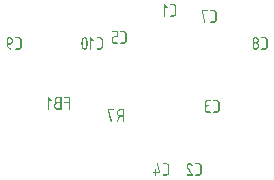
<source format=gbr>
G04*
G04 #@! TF.GenerationSoftware,Altium Limited,Altium Designer,23.6.0 (18)*
G04*
G04 Layer_Color=15441517*
%FSLAX44Y44*%
%MOMM*%
G71*
G04*
G04 #@! TF.SameCoordinates,D937CF5F-481C-4708-B2B1-4CAA2D9F1EF8*
G04*
G04*
G04 #@! TF.FilePolarity,Positive*
G04*
G01*
G75*
G36*
X405267Y305049D02*
X405465Y305035D01*
X405831Y304936D01*
X406155Y304809D01*
X406437Y304668D01*
X406550Y304598D01*
X406649Y304527D01*
X406747Y304457D01*
X406818Y304400D01*
X406874Y304344D01*
X406917Y304301D01*
X406945Y304287D01*
X406959Y304273D01*
X407100Y304118D01*
X407212Y303963D01*
X407311Y303808D01*
X407410Y303653D01*
X407551Y303329D01*
X407635Y303033D01*
X407692Y302779D01*
X407706Y302666D01*
X407720Y302568D01*
X407734Y302497D01*
Y302441D01*
Y302398D01*
Y302384D01*
Y297042D01*
X407720Y296844D01*
X407706Y296647D01*
X407607Y296280D01*
X407495Y295956D01*
X407339Y295674D01*
X407269Y295561D01*
X407198Y295463D01*
X407142Y295364D01*
X407086Y295294D01*
X407029Y295237D01*
X406987Y295195D01*
X406973Y295167D01*
X406959Y295153D01*
X406804Y295012D01*
X406649Y294899D01*
X406494Y294800D01*
X406339Y294701D01*
X406014Y294561D01*
X405718Y294476D01*
X405465Y294419D01*
X405352Y294405D01*
X405253Y294391D01*
X405183Y294377D01*
X402927D01*
X402758Y294405D01*
X402631Y294462D01*
X402532Y294546D01*
X402476Y294645D01*
X402434Y294744D01*
X402420Y294828D01*
X402406Y294885D01*
Y294913D01*
X402434Y295096D01*
X402490Y295223D01*
X402575Y295322D01*
X402659Y295378D01*
X402758Y295420D01*
X402842Y295434D01*
X402899Y295449D01*
X405070D01*
X405309Y295463D01*
X405521Y295519D01*
X405718Y295590D01*
X405887Y295688D01*
X406014Y295773D01*
X406113Y295843D01*
X406169Y295900D01*
X406198Y295914D01*
X406353Y296097D01*
X406465Y296280D01*
X406550Y296478D01*
X406606Y296647D01*
X406635Y296802D01*
X406649Y296929D01*
X406663Y297013D01*
Y297027D01*
Y297042D01*
Y302384D01*
X406649Y302624D01*
X406592Y302835D01*
X406522Y303033D01*
X406437Y303202D01*
X406353Y303329D01*
X406282Y303428D01*
X406226Y303498D01*
X406212Y303512D01*
X406028Y303667D01*
X405831Y303794D01*
X405648Y303879D01*
X405465Y303935D01*
X405309Y303963D01*
X405183Y303991D01*
X402927D01*
X402758Y304020D01*
X402631Y304076D01*
X402532Y304161D01*
X402476Y304259D01*
X402434Y304358D01*
X402420Y304443D01*
X402406Y304499D01*
Y304527D01*
X402434Y304710D01*
X402490Y304837D01*
X402575Y304936D01*
X402659Y304992D01*
X402758Y305035D01*
X402842Y305049D01*
X402899Y305063D01*
X405070D01*
X405267Y305049D01*
D02*
G37*
G36*
X397782D02*
X397979Y305035D01*
X398345Y304936D01*
X398670Y304809D01*
X398952Y304668D01*
X399064Y304598D01*
X399163Y304527D01*
X399262Y304457D01*
X399332Y304400D01*
X399389Y304344D01*
X399431Y304301D01*
X399459Y304287D01*
X399473Y304273D01*
X399614Y304118D01*
X399727Y303963D01*
X399826Y303808D01*
X399924Y303653D01*
X400065Y303329D01*
X400150Y303033D01*
X400206Y302779D01*
X400220Y302666D01*
X400234Y302568D01*
X400249Y302497D01*
Y302441D01*
Y302398D01*
Y302384D01*
X400234Y302145D01*
X400206Y301919D01*
X400150Y301694D01*
X400079Y301496D01*
X400009Y301299D01*
X399910Y301130D01*
X399812Y300961D01*
X399713Y300820D01*
X399614Y300679D01*
X399530Y300566D01*
X399431Y300467D01*
X399361Y300397D01*
X399290Y300326D01*
X399234Y300284D01*
X399206Y300256D01*
X399191Y300242D01*
X399375Y300086D01*
X399544Y299917D01*
X399685Y299748D01*
X399798Y299565D01*
X399910Y299396D01*
X399995Y299212D01*
X400065Y299043D01*
X400122Y298874D01*
X400164Y298719D01*
X400192Y298578D01*
X400220Y298451D01*
X400234Y298339D01*
Y298240D01*
X400249Y298169D01*
Y298127D01*
Y298113D01*
Y297042D01*
X400234Y296844D01*
X400220Y296647D01*
X400122Y296280D01*
X400009Y295956D01*
X399854Y295674D01*
X399783Y295561D01*
X399713Y295463D01*
X399657Y295364D01*
X399600Y295294D01*
X399544Y295237D01*
X399501Y295195D01*
X399487Y295167D01*
X399473Y295153D01*
X399318Y295012D01*
X399163Y294899D01*
X399008Y294800D01*
X398853Y294701D01*
X398529Y294561D01*
X398233Y294476D01*
X397979Y294419D01*
X397866Y294405D01*
X397768Y294391D01*
X397697Y294377D01*
X397584D01*
X397373Y294391D01*
X397190Y294405D01*
X396823Y294504D01*
X396499Y294617D01*
X396217Y294772D01*
X396104Y294842D01*
X396005Y294913D01*
X395907Y294969D01*
X395836Y295026D01*
X395780Y295082D01*
X395723Y295124D01*
X395709Y295138D01*
X395695Y295153D01*
X395554Y295308D01*
X395428Y295463D01*
X395329Y295618D01*
X395244Y295773D01*
X395103Y296097D01*
X395005Y296393D01*
X394948Y296647D01*
X394934Y296760D01*
X394920Y296858D01*
X394906Y296929D01*
Y296999D01*
Y297027D01*
Y297042D01*
Y297281D01*
Y297507D01*
X394920Y297704D01*
Y297887D01*
X394934Y298043D01*
Y298197D01*
X394948Y298324D01*
Y298437D01*
X394962Y298522D01*
X394976Y298606D01*
Y298677D01*
X394990Y298733D01*
X395005Y298804D01*
Y298818D01*
X395103Y299128D01*
X395244Y299396D01*
X395399Y299635D01*
X395568Y299847D01*
X395723Y300016D01*
X395850Y300143D01*
X395949Y300213D01*
X395963Y300242D01*
X395977D01*
X395794Y300397D01*
X395625Y300566D01*
X395484Y300749D01*
X395357Y300918D01*
X395258Y301101D01*
X395174Y301285D01*
X395089Y301454D01*
X395033Y301623D01*
X394990Y301778D01*
X394962Y301919D01*
X394934Y302046D01*
X394920Y302159D01*
X394906Y302257D01*
Y302328D01*
Y302370D01*
Y302384D01*
X394920Y302596D01*
X394934Y302779D01*
X395033Y303146D01*
X395160Y303470D01*
X395301Y303752D01*
X395371Y303864D01*
X395442Y303963D01*
X395512Y304062D01*
X395568Y304132D01*
X395625Y304189D01*
X395667Y304245D01*
X395681Y304259D01*
X395695Y304273D01*
X395850Y304414D01*
X396005Y304541D01*
X396161Y304640D01*
X396316Y304724D01*
X396640Y304865D01*
X396936Y304964D01*
X397190Y305021D01*
X397302Y305035D01*
X397401Y305049D01*
X397472Y305063D01*
X397584D01*
X397782Y305049D01*
D02*
G37*
G36*
X285887Y310129D02*
X286084Y310115D01*
X286451Y310016D01*
X286775Y309889D01*
X287057Y309748D01*
X287170Y309678D01*
X287269Y309607D01*
X287367Y309537D01*
X287438Y309480D01*
X287494Y309424D01*
X287537Y309382D01*
X287565Y309367D01*
X287579Y309353D01*
X287720Y309198D01*
X287833Y309043D01*
X287931Y308888D01*
X288030Y308733D01*
X288171Y308409D01*
X288256Y308113D01*
X288312Y307859D01*
X288326Y307746D01*
X288340Y307648D01*
X288354Y307577D01*
Y307521D01*
Y307478D01*
Y307464D01*
Y302122D01*
X288340Y301924D01*
X288326Y301727D01*
X288227Y301360D01*
X288114Y301036D01*
X287959Y300754D01*
X287889Y300641D01*
X287818Y300543D01*
X287762Y300444D01*
X287706Y300373D01*
X287649Y300317D01*
X287607Y300275D01*
X287593Y300247D01*
X287579Y300233D01*
X287424Y300092D01*
X287269Y299979D01*
X287114Y299880D01*
X286959Y299781D01*
X286634Y299641D01*
X286338Y299556D01*
X286084Y299499D01*
X285972Y299485D01*
X285873Y299471D01*
X285803Y299457D01*
X283547D01*
X283378Y299485D01*
X283251Y299542D01*
X283152Y299626D01*
X283096Y299725D01*
X283054Y299824D01*
X283040Y299908D01*
X283025Y299965D01*
Y299993D01*
X283054Y300176D01*
X283110Y300303D01*
X283195Y300402D01*
X283279Y300458D01*
X283378Y300500D01*
X283463Y300515D01*
X283519Y300529D01*
X285690D01*
X285930Y300543D01*
X286141Y300599D01*
X286338Y300670D01*
X286507Y300768D01*
X286634Y300853D01*
X286733Y300923D01*
X286789Y300980D01*
X286818Y300994D01*
X286973Y301177D01*
X287085Y301360D01*
X287170Y301558D01*
X287226Y301727D01*
X287255Y301882D01*
X287269Y302009D01*
X287283Y302093D01*
Y302108D01*
Y302122D01*
Y307464D01*
X287269Y307704D01*
X287212Y307915D01*
X287142Y308113D01*
X287057Y308282D01*
X286973Y308409D01*
X286902Y308507D01*
X286846Y308578D01*
X286832Y308592D01*
X286648Y308747D01*
X286451Y308874D01*
X286268Y308959D01*
X286084Y309015D01*
X285930Y309043D01*
X285803Y309071D01*
X283547D01*
X283378Y309100D01*
X283251Y309156D01*
X283152Y309241D01*
X283096Y309339D01*
X283054Y309438D01*
X283040Y309522D01*
X283025Y309579D01*
Y309607D01*
X283054Y309790D01*
X283110Y309917D01*
X283195Y310016D01*
X283279Y310072D01*
X283378Y310115D01*
X283463Y310129D01*
X283519Y310143D01*
X285690D01*
X285887Y310129D01*
D02*
G37*
G36*
X280516Y310115D02*
X280643Y310058D01*
X280742Y309974D01*
X280798Y309875D01*
X280840Y309776D01*
X280854Y309692D01*
X280869Y309635D01*
Y309607D01*
Y305322D01*
X280840Y305152D01*
X280784Y305026D01*
X280700Y304927D01*
X280601Y304870D01*
X280516Y304828D01*
X280432Y304814D01*
X280375Y304800D01*
X278204D01*
X277965Y304786D01*
X277753Y304729D01*
X277556Y304645D01*
X277387Y304560D01*
X277260Y304476D01*
X277161Y304391D01*
X277091Y304335D01*
X277076Y304321D01*
X276922Y304137D01*
X276795Y303954D01*
X276710Y303757D01*
X276654Y303588D01*
X276625Y303433D01*
X276597Y303306D01*
Y303221D01*
Y303207D01*
Y303193D01*
Y302122D01*
X276611Y301882D01*
X276668Y301670D01*
X276738Y301473D01*
X276823Y301304D01*
X276922Y301177D01*
X276992Y301078D01*
X277048Y301022D01*
X277062Y300994D01*
X277246Y300839D01*
X277443Y300726D01*
X277626Y300641D01*
X277810Y300585D01*
X277965Y300557D01*
X278092Y300543D01*
X278176Y300529D01*
X280347D01*
X280516Y300500D01*
X280643Y300444D01*
X280742Y300359D01*
X280798Y300261D01*
X280840Y300162D01*
X280854Y300077D01*
X280869Y300021D01*
Y299993D01*
X280840Y299810D01*
X280784Y299683D01*
X280700Y299584D01*
X280601Y299528D01*
X280516Y299485D01*
X280432Y299471D01*
X280375Y299457D01*
X278204D01*
X278007Y299471D01*
X277810Y299485D01*
X277443Y299584D01*
X277119Y299697D01*
X276851Y299852D01*
X276724Y299922D01*
X276625Y299993D01*
X276527Y300049D01*
X276456Y300106D01*
X276400Y300162D01*
X276358Y300204D01*
X276329Y300219D01*
X276315Y300233D01*
X276174Y300388D01*
X276047Y300543D01*
X275949Y300698D01*
X275864Y300853D01*
X275723Y301177D01*
X275625Y301473D01*
X275568Y301727D01*
X275554Y301840D01*
X275540Y301938D01*
X275526Y302009D01*
Y302079D01*
Y302108D01*
Y302122D01*
Y303193D01*
X275540Y303390D01*
X275554Y303588D01*
X275653Y303954D01*
X275780Y304278D01*
X275921Y304546D01*
X275991Y304673D01*
X276062Y304772D01*
X276132Y304870D01*
X276188Y304941D01*
X276245Y304997D01*
X276287Y305040D01*
X276301Y305068D01*
X276315Y305082D01*
X276470Y305223D01*
X276625Y305350D01*
X276780Y305448D01*
X276936Y305533D01*
X277260Y305674D01*
X277556Y305773D01*
X277810Y305829D01*
X277922Y305843D01*
X278021Y305857D01*
X278092Y305871D01*
X279797D01*
Y309071D01*
X276597D01*
X276414Y309100D01*
X276287Y309156D01*
X276188Y309241D01*
X276132Y309339D01*
X276090Y309438D01*
X276076Y309522D01*
X276062Y309579D01*
Y309607D01*
X276090Y309790D01*
X276146Y309917D01*
X276231Y310016D01*
X276329Y310072D01*
X276428Y310115D01*
X276513Y310129D01*
X276569Y310143D01*
X280347D01*
X280516Y310115D01*
D02*
G37*
G36*
X320397Y332989D02*
X320468Y332975D01*
X320609Y332904D01*
X320665Y332862D01*
X320708Y332820D01*
X320722Y332805D01*
X320736Y332791D01*
X322836Y330691D01*
X322921Y330564D01*
X322963Y330451D01*
X322977Y330367D01*
Y330338D01*
Y330324D01*
X322949Y330141D01*
X322893Y330014D01*
X322808Y329916D01*
X322709Y329859D01*
X322611Y329817D01*
X322526Y329803D01*
X322470Y329789D01*
X322442D01*
X322371Y329803D01*
X322301Y329817D01*
X322174Y329873D01*
X322103Y329916D01*
X322075Y329944D01*
X320849Y331156D01*
Y322839D01*
X320820Y322670D01*
X320764Y322543D01*
X320679Y322444D01*
X320581Y322388D01*
X320482Y322345D01*
X320397Y322331D01*
X320341Y322317D01*
X320313D01*
X320130Y322345D01*
X320003Y322402D01*
X319904Y322486D01*
X319848Y322585D01*
X319805Y322670D01*
X319791Y322754D01*
X319777Y322811D01*
Y322839D01*
Y332467D01*
X319805Y332650D01*
X319862Y332777D01*
X319946Y332876D01*
X320045Y332932D01*
X320144Y332975D01*
X320228Y332989D01*
X320285Y333003D01*
X320313D01*
X320397Y332989D01*
D02*
G37*
G36*
X327996D02*
X328193Y332975D01*
X328560Y332876D01*
X328884Y332749D01*
X329166Y332608D01*
X329279Y332538D01*
X329377Y332467D01*
X329476Y332397D01*
X329547Y332340D01*
X329603Y332284D01*
X329645Y332242D01*
X329673Y332227D01*
X329687Y332213D01*
X329828Y332058D01*
X329941Y331903D01*
X330040Y331748D01*
X330139Y331593D01*
X330280Y331269D01*
X330364Y330973D01*
X330420Y330719D01*
X330435Y330606D01*
X330449Y330508D01*
X330463Y330437D01*
Y330381D01*
Y330338D01*
Y330324D01*
Y324982D01*
X330449Y324784D01*
X330435Y324587D01*
X330336Y324220D01*
X330223Y323896D01*
X330068Y323614D01*
X329998Y323501D01*
X329927Y323403D01*
X329871Y323304D01*
X329814Y323233D01*
X329758Y323177D01*
X329716Y323135D01*
X329701Y323107D01*
X329687Y323093D01*
X329532Y322952D01*
X329377Y322839D01*
X329222Y322740D01*
X329067Y322641D01*
X328743Y322500D01*
X328447Y322416D01*
X328193Y322360D01*
X328080Y322345D01*
X327982Y322331D01*
X327911Y322317D01*
X325656D01*
X325486Y322345D01*
X325360Y322402D01*
X325261Y322486D01*
X325205Y322585D01*
X325162Y322684D01*
X325148Y322768D01*
X325134Y322825D01*
Y322853D01*
X325162Y323036D01*
X325219Y323163D01*
X325303Y323262D01*
X325388Y323318D01*
X325486Y323360D01*
X325571Y323374D01*
X325628Y323389D01*
X327798D01*
X328038Y323403D01*
X328250Y323459D01*
X328447Y323530D01*
X328616Y323628D01*
X328743Y323713D01*
X328842Y323783D01*
X328898Y323840D01*
X328926Y323854D01*
X329081Y324037D01*
X329194Y324220D01*
X329279Y324418D01*
X329335Y324587D01*
X329363Y324742D01*
X329377Y324869D01*
X329391Y324953D01*
Y324967D01*
Y324982D01*
Y330324D01*
X329377Y330564D01*
X329321Y330775D01*
X329250Y330973D01*
X329166Y331142D01*
X329081Y331269D01*
X329011Y331367D01*
X328954Y331438D01*
X328940Y331452D01*
X328757Y331607D01*
X328560Y331734D01*
X328376Y331819D01*
X328193Y331875D01*
X328038Y331903D01*
X327911Y331931D01*
X325656D01*
X325486Y331960D01*
X325360Y332016D01*
X325261Y332101D01*
X325205Y332199D01*
X325162Y332298D01*
X325148Y332383D01*
X325134Y332439D01*
Y332467D01*
X325162Y332650D01*
X325219Y332777D01*
X325303Y332876D01*
X325388Y332932D01*
X325486Y332975D01*
X325571Y332989D01*
X325628Y333003D01*
X327798D01*
X327996Y332989D01*
D02*
G37*
G36*
X362080Y327909D02*
X362277Y327895D01*
X362644Y327796D01*
X362968Y327669D01*
X363250Y327528D01*
X363363Y327458D01*
X363462Y327387D01*
X363560Y327317D01*
X363631Y327260D01*
X363687Y327204D01*
X363729Y327161D01*
X363758Y327147D01*
X363772Y327133D01*
X363913Y326978D01*
X364025Y326823D01*
X364124Y326668D01*
X364223Y326513D01*
X364364Y326189D01*
X364448Y325893D01*
X364505Y325639D01*
X364519Y325526D01*
X364533Y325428D01*
X364547Y325357D01*
Y325301D01*
Y325258D01*
Y325244D01*
Y319902D01*
X364533Y319704D01*
X364519Y319507D01*
X364420Y319140D01*
X364307Y318816D01*
X364152Y318534D01*
X364082Y318421D01*
X364011Y318323D01*
X363955Y318224D01*
X363899Y318153D01*
X363842Y318097D01*
X363800Y318055D01*
X363786Y318027D01*
X363772Y318013D01*
X363617Y317872D01*
X363462Y317759D01*
X363307Y317660D01*
X363152Y317561D01*
X362827Y317421D01*
X362531Y317336D01*
X362277Y317279D01*
X362165Y317265D01*
X362066Y317251D01*
X361996Y317237D01*
X359740D01*
X359571Y317265D01*
X359444Y317322D01*
X359345Y317406D01*
X359289Y317505D01*
X359247Y317604D01*
X359232Y317688D01*
X359218Y317745D01*
Y317773D01*
X359247Y317956D01*
X359303Y318083D01*
X359388Y318182D01*
X359472Y318238D01*
X359571Y318280D01*
X359655Y318295D01*
X359712Y318309D01*
X361883D01*
X362122Y318323D01*
X362334Y318379D01*
X362531Y318450D01*
X362700Y318548D01*
X362827Y318633D01*
X362926Y318703D01*
X362982Y318760D01*
X363010Y318774D01*
X363166Y318957D01*
X363278Y319140D01*
X363363Y319338D01*
X363419Y319507D01*
X363447Y319662D01*
X363462Y319789D01*
X363476Y319873D01*
Y319888D01*
Y319902D01*
Y325244D01*
X363462Y325484D01*
X363405Y325695D01*
X363335Y325893D01*
X363250Y326062D01*
X363166Y326189D01*
X363095Y326287D01*
X363039Y326358D01*
X363025Y326372D01*
X362841Y326527D01*
X362644Y326654D01*
X362461Y326739D01*
X362277Y326795D01*
X362122Y326823D01*
X361996Y326851D01*
X359740D01*
X359571Y326880D01*
X359444Y326936D01*
X359345Y327021D01*
X359289Y327119D01*
X359247Y327218D01*
X359232Y327303D01*
X359218Y327359D01*
Y327387D01*
X359247Y327570D01*
X359303Y327697D01*
X359388Y327796D01*
X359472Y327852D01*
X359571Y327895D01*
X359655Y327909D01*
X359712Y327923D01*
X361883D01*
X362080Y327909D01*
D02*
G37*
G36*
X356723Y327881D02*
X356850Y327824D01*
X356949Y327739D01*
X357005Y327655D01*
X357048Y327556D01*
X357062Y327472D01*
X357076Y327415D01*
Y327387D01*
X357048Y327204D01*
X356991Y327077D01*
X356907Y326978D01*
X356808Y326922D01*
X356709Y326880D01*
X356625Y326866D01*
X356568Y326851D01*
X352931D01*
X354933Y317886D01*
Y317843D01*
Y317801D01*
Y317773D01*
Y317759D01*
X354905Y317590D01*
X354848Y317463D01*
X354764Y317364D01*
X354665Y317308D01*
X354566Y317265D01*
X354482Y317251D01*
X354425Y317237D01*
X354397D01*
X354256Y317251D01*
X354143Y317308D01*
X354045Y317364D01*
X353974Y317449D01*
X353932Y317519D01*
X353904Y317590D01*
X353876Y317632D01*
Y317646D01*
X351747Y327274D01*
X351733Y327359D01*
Y327387D01*
Y327401D01*
X351761Y327570D01*
X351818Y327697D01*
X351902Y327782D01*
X352001Y327852D01*
X352099Y327881D01*
X352184Y327895D01*
X352240Y327909D01*
X356540D01*
X356723Y327881D01*
D02*
G37*
G36*
X364627Y251709D02*
X364824Y251695D01*
X365191Y251596D01*
X365515Y251469D01*
X365797Y251328D01*
X365910Y251258D01*
X366009Y251187D01*
X366107Y251117D01*
X366178Y251060D01*
X366234Y251004D01*
X366277Y250961D01*
X366305Y250947D01*
X366319Y250933D01*
X366460Y250778D01*
X366572Y250623D01*
X366671Y250468D01*
X366770Y250313D01*
X366911Y249989D01*
X366996Y249693D01*
X367052Y249439D01*
X367066Y249326D01*
X367080Y249228D01*
X367094Y249157D01*
Y249101D01*
Y249058D01*
Y249044D01*
Y243702D01*
X367080Y243504D01*
X367066Y243307D01*
X366967Y242940D01*
X366855Y242616D01*
X366699Y242334D01*
X366629Y242221D01*
X366558Y242123D01*
X366502Y242024D01*
X366446Y241954D01*
X366389Y241897D01*
X366347Y241855D01*
X366333Y241827D01*
X366319Y241813D01*
X366164Y241672D01*
X366009Y241559D01*
X365854Y241460D01*
X365699Y241362D01*
X365374Y241220D01*
X365078Y241136D01*
X364824Y241080D01*
X364712Y241065D01*
X364613Y241051D01*
X364543Y241037D01*
X362287D01*
X362118Y241065D01*
X361991Y241122D01*
X361892Y241206D01*
X361836Y241305D01*
X361794Y241404D01*
X361780Y241488D01*
X361766Y241545D01*
Y241573D01*
X361794Y241756D01*
X361850Y241883D01*
X361935Y241982D01*
X362019Y242038D01*
X362118Y242080D01*
X362202Y242094D01*
X362259Y242109D01*
X364430D01*
X364669Y242123D01*
X364881Y242179D01*
X365078Y242250D01*
X365247Y242348D01*
X365374Y242433D01*
X365473Y242503D01*
X365529Y242560D01*
X365558Y242574D01*
X365713Y242757D01*
X365825Y242940D01*
X365910Y243138D01*
X365966Y243307D01*
X365995Y243462D01*
X366009Y243589D01*
X366023Y243673D01*
Y243687D01*
Y243702D01*
Y249044D01*
X366009Y249284D01*
X365952Y249495D01*
X365882Y249693D01*
X365797Y249862D01*
X365713Y249989D01*
X365642Y250088D01*
X365586Y250158D01*
X365572Y250172D01*
X365388Y250327D01*
X365191Y250454D01*
X365008Y250539D01*
X364824Y250595D01*
X364669Y250623D01*
X364543Y250651D01*
X362287D01*
X362118Y250680D01*
X361991Y250736D01*
X361892Y250821D01*
X361836Y250919D01*
X361794Y251018D01*
X361780Y251103D01*
X361766Y251159D01*
Y251187D01*
X361794Y251370D01*
X361850Y251497D01*
X361935Y251596D01*
X362019Y251652D01*
X362118Y251695D01*
X362202Y251709D01*
X362259Y251723D01*
X364430D01*
X364627Y251709D01*
D02*
G37*
G36*
X359256Y251695D02*
X359383Y251638D01*
X359482Y251554D01*
X359538Y251455D01*
X359580Y251356D01*
X359594Y251272D01*
X359609Y251215D01*
Y251187D01*
X359580Y251004D01*
X359524Y250877D01*
X359440Y250778D01*
X359341Y250722D01*
X359256Y250680D01*
X359172Y250665D01*
X359115Y250651D01*
X356944D01*
X356705Y250637D01*
X356493Y250581D01*
X356296Y250496D01*
X356127Y250412D01*
X356000Y250327D01*
X355901Y250243D01*
X355831Y250186D01*
X355816Y250172D01*
X355662Y249989D01*
X355535Y249806D01*
X355450Y249608D01*
X355394Y249439D01*
X355365Y249284D01*
X355337Y249157D01*
Y249072D01*
Y249058D01*
Y249044D01*
X355351Y248805D01*
X355408Y248579D01*
X355478Y248382D01*
X355563Y248227D01*
X355662Y248086D01*
X355732Y247987D01*
X355788Y247931D01*
X355802Y247903D01*
X355986Y247747D01*
X356183Y247649D01*
X356366Y247564D01*
X356550Y247508D01*
X356705Y247480D01*
X356832Y247465D01*
X356916Y247451D01*
X358016D01*
X358185Y247423D01*
X358312Y247367D01*
X358410Y247282D01*
X358467Y247183D01*
X358509Y247085D01*
X358523Y247000D01*
X358537Y246944D01*
Y246916D01*
X358509Y246732D01*
X358453Y246606D01*
X358368Y246507D01*
X358269Y246451D01*
X358185Y246408D01*
X358100Y246394D01*
X358044Y246380D01*
X356944D01*
X356705Y246366D01*
X356493Y246310D01*
X356296Y246225D01*
X356127Y246140D01*
X356000Y246056D01*
X355901Y245971D01*
X355831Y245915D01*
X355816Y245901D01*
X355662Y245717D01*
X355535Y245534D01*
X355450Y245337D01*
X355394Y245168D01*
X355365Y245013D01*
X355337Y244886D01*
Y244801D01*
Y244787D01*
Y244773D01*
Y243702D01*
X355351Y243462D01*
X355408Y243251D01*
X355478Y243053D01*
X355563Y242884D01*
X355662Y242757D01*
X355732Y242658D01*
X355788Y242602D01*
X355802Y242574D01*
X355986Y242419D01*
X356183Y242306D01*
X356366Y242221D01*
X356550Y242165D01*
X356705Y242137D01*
X356832Y242123D01*
X356916Y242109D01*
X359087D01*
X359256Y242080D01*
X359383Y242024D01*
X359482Y241939D01*
X359538Y241841D01*
X359580Y241742D01*
X359594Y241658D01*
X359609Y241601D01*
Y241573D01*
X359580Y241390D01*
X359524Y241263D01*
X359440Y241164D01*
X359341Y241108D01*
X359256Y241065D01*
X359172Y241051D01*
X359115Y241037D01*
X356944D01*
X356747Y241051D01*
X356550Y241065D01*
X356183Y241164D01*
X355859Y241277D01*
X355591Y241432D01*
X355464Y241502D01*
X355365Y241573D01*
X355267Y241629D01*
X355196Y241686D01*
X355140Y241742D01*
X355098Y241784D01*
X355069Y241798D01*
X355055Y241813D01*
X354914Y241968D01*
X354787Y242123D01*
X354689Y242278D01*
X354604Y242433D01*
X354463Y242757D01*
X354365Y243053D01*
X354308Y243307D01*
X354294Y243420D01*
X354280Y243518D01*
X354266Y243589D01*
Y243659D01*
Y243687D01*
Y243702D01*
Y244773D01*
X354280Y245013D01*
X354308Y245252D01*
X354365Y245464D01*
X354435Y245661D01*
X354520Y245858D01*
X354604Y246028D01*
X354703Y246183D01*
X354802Y246338D01*
X354900Y246465D01*
X354999Y246577D01*
X355084Y246676D01*
X355168Y246761D01*
X355239Y246817D01*
X355295Y246859D01*
X355323Y246887D01*
X355337Y246902D01*
X355154Y247057D01*
X354985Y247226D01*
X354844Y247409D01*
X354717Y247578D01*
X354618Y247761D01*
X354534Y247945D01*
X354449Y248114D01*
X354393Y248283D01*
X354350Y248438D01*
X354322Y248579D01*
X354294Y248706D01*
X354280Y248819D01*
X354266Y248918D01*
Y248988D01*
Y249030D01*
Y249044D01*
X354280Y249242D01*
X354294Y249439D01*
X354393Y249806D01*
X354520Y250130D01*
X354661Y250398D01*
X354731Y250525D01*
X354802Y250623D01*
X354872Y250722D01*
X354928Y250792D01*
X354985Y250849D01*
X355027Y250891D01*
X355041Y250919D01*
X355055Y250933D01*
X355210Y251074D01*
X355365Y251201D01*
X355521Y251300D01*
X355676Y251384D01*
X356000Y251525D01*
X356296Y251624D01*
X356550Y251681D01*
X356662Y251695D01*
X356761Y251709D01*
X356832Y251723D01*
X359087D01*
X359256Y251695D01*
D02*
G37*
G36*
X342000Y198355D02*
X342282Y198298D01*
X342550Y198200D01*
X342804Y198087D01*
X343029Y197932D01*
X343241Y197777D01*
X343438Y197593D01*
X343621Y197424D01*
X343777Y197241D01*
X343918Y197058D01*
X344044Y196903D01*
X344143Y196747D01*
X344228Y196635D01*
X344284Y196536D01*
X344312Y196480D01*
X344326Y196451D01*
X344355Y196381D01*
X344369Y196311D01*
Y196268D01*
Y196240D01*
X344340Y196057D01*
X344284Y195930D01*
X344199Y195831D01*
X344101Y195775D01*
X344016Y195732D01*
X343932Y195718D01*
X343875Y195704D01*
X343847D01*
X343734Y195718D01*
X343636Y195747D01*
X343551Y195789D01*
X343495Y195831D01*
X343438Y195874D01*
X343410Y195916D01*
X343382Y195944D01*
Y195958D01*
X343241Y196198D01*
X343086Y196409D01*
X342945Y196592D01*
X342790Y196747D01*
X342649Y196874D01*
X342508Y196987D01*
X342381Y197072D01*
X342254Y197142D01*
X342141Y197199D01*
X342029Y197241D01*
X341930Y197269D01*
X341859Y197297D01*
X341789D01*
X341747Y197311D01*
X341704D01*
X341465Y197297D01*
X341253Y197241D01*
X341056Y197156D01*
X340887Y197072D01*
X340760Y196987D01*
X340661Y196903D01*
X340591Y196846D01*
X340577Y196832D01*
X340421Y196649D01*
X340295Y196466D01*
X340210Y196268D01*
X340154Y196099D01*
X340125Y195944D01*
X340097Y195817D01*
Y195732D01*
Y195718D01*
Y195704D01*
X340111Y195535D01*
X340140Y195380D01*
X340182Y195225D01*
X340224Y195098D01*
X340280Y194985D01*
X340323Y194901D01*
X340351Y194844D01*
X340365Y194830D01*
X344284Y188529D01*
X344326Y188430D01*
X344355Y188332D01*
X344369Y188261D01*
Y188247D01*
Y188233D01*
X344340Y188050D01*
X344284Y187923D01*
X344199Y187824D01*
X344101Y187768D01*
X344016Y187725D01*
X343932Y187711D01*
X343875Y187697D01*
X339562D01*
X339378Y187725D01*
X339251Y187782D01*
X339153Y187866D01*
X339096Y187965D01*
X339054Y188064D01*
X339040Y188148D01*
X339026Y188205D01*
Y188233D01*
X339054Y188416D01*
X339110Y188543D01*
X339195Y188642D01*
X339294Y188698D01*
X339392Y188740D01*
X339477Y188755D01*
X339533Y188769D01*
X342888D01*
X339519Y194168D01*
X339350Y194464D01*
X339237Y194732D01*
X339153Y195000D01*
X339082Y195225D01*
X339054Y195422D01*
X339040Y195578D01*
X339026Y195634D01*
Y195676D01*
Y195690D01*
Y195704D01*
X339040Y195916D01*
X339054Y196099D01*
X339153Y196466D01*
X339280Y196790D01*
X339421Y197072D01*
X339491Y197185D01*
X339562Y197283D01*
X339632Y197382D01*
X339688Y197452D01*
X339745Y197509D01*
X339787Y197565D01*
X339801Y197579D01*
X339815Y197593D01*
X339970Y197734D01*
X340125Y197861D01*
X340280Y197960D01*
X340436Y198044D01*
X340760Y198185D01*
X341056Y198284D01*
X341310Y198340D01*
X341422Y198355D01*
X341521Y198369D01*
X341591Y198383D01*
X341704D01*
X342000Y198355D01*
D02*
G37*
G36*
X349387Y198369D02*
X349585Y198355D01*
X349951Y198256D01*
X350275Y198129D01*
X350557Y197988D01*
X350670Y197918D01*
X350769Y197847D01*
X350867Y197777D01*
X350938Y197720D01*
X350994Y197664D01*
X351036Y197621D01*
X351065Y197607D01*
X351079Y197593D01*
X351220Y197438D01*
X351333Y197283D01*
X351431Y197128D01*
X351530Y196973D01*
X351671Y196649D01*
X351755Y196353D01*
X351812Y196099D01*
X351826Y195986D01*
X351840Y195888D01*
X351854Y195817D01*
Y195761D01*
Y195718D01*
Y195704D01*
Y190362D01*
X351840Y190164D01*
X351826Y189967D01*
X351727Y189600D01*
X351614Y189276D01*
X351459Y188994D01*
X351389Y188881D01*
X351318Y188783D01*
X351262Y188684D01*
X351206Y188613D01*
X351149Y188557D01*
X351107Y188515D01*
X351093Y188487D01*
X351079Y188473D01*
X350924Y188332D01*
X350769Y188219D01*
X350614Y188120D01*
X350458Y188022D01*
X350134Y187880D01*
X349838Y187796D01*
X349585Y187740D01*
X349472Y187725D01*
X349373Y187711D01*
X349303Y187697D01*
X347047D01*
X346878Y187725D01*
X346751Y187782D01*
X346652Y187866D01*
X346596Y187965D01*
X346554Y188064D01*
X346540Y188148D01*
X346525Y188205D01*
Y188233D01*
X346554Y188416D01*
X346610Y188543D01*
X346695Y188642D01*
X346779Y188698D01*
X346878Y188740D01*
X346963Y188755D01*
X347019Y188769D01*
X349190D01*
X349430Y188783D01*
X349641Y188839D01*
X349838Y188910D01*
X350007Y189008D01*
X350134Y189093D01*
X350233Y189163D01*
X350289Y189220D01*
X350318Y189234D01*
X350473Y189417D01*
X350585Y189600D01*
X350670Y189798D01*
X350726Y189967D01*
X350755Y190122D01*
X350769Y190249D01*
X350783Y190333D01*
Y190347D01*
Y190362D01*
Y195704D01*
X350769Y195944D01*
X350712Y196155D01*
X350642Y196353D01*
X350557Y196522D01*
X350473Y196649D01*
X350402Y196747D01*
X350346Y196818D01*
X350332Y196832D01*
X350148Y196987D01*
X349951Y197114D01*
X349768Y197199D01*
X349585Y197255D01*
X349430Y197283D01*
X349303Y197311D01*
X347047D01*
X346878Y197340D01*
X346751Y197396D01*
X346652Y197481D01*
X346596Y197579D01*
X346554Y197678D01*
X346540Y197763D01*
X346525Y197819D01*
Y197847D01*
X346554Y198030D01*
X346610Y198157D01*
X346695Y198256D01*
X346779Y198312D01*
X346878Y198355D01*
X346963Y198369D01*
X347019Y198383D01*
X349190D01*
X349387Y198369D01*
D02*
G37*
G36*
X314434D02*
X314547Y198326D01*
X314631Y198256D01*
X314702Y198185D01*
X314758Y198115D01*
X314786Y198044D01*
X314814Y198002D01*
Y197988D01*
X316943Y190517D01*
X316957Y190474D01*
Y190418D01*
Y190376D01*
Y190362D01*
X316929Y190192D01*
X316873Y190065D01*
X316788Y189967D01*
X316689Y189911D01*
X316605Y189868D01*
X316520Y189854D01*
X316464Y189840D01*
X313221D01*
Y188233D01*
X313193Y188050D01*
X313137Y187923D01*
X313052Y187824D01*
X312954Y187768D01*
X312855Y187725D01*
X312770Y187711D01*
X312714Y187697D01*
X312686D01*
X312503Y187725D01*
X312376Y187782D01*
X312277Y187866D01*
X312221Y187965D01*
X312178Y188064D01*
X312164Y188148D01*
X312150Y188205D01*
Y188233D01*
Y189840D01*
X311093D01*
X310910Y189868D01*
X310783Y189925D01*
X310684Y190009D01*
X310628Y190108D01*
X310585Y190207D01*
X310571Y190291D01*
X310557Y190347D01*
Y190376D01*
X310585Y190559D01*
X310642Y190686D01*
X310726Y190784D01*
X310825Y190841D01*
X310924Y190883D01*
X311008Y190897D01*
X311065Y190911D01*
X312150D01*
Y192518D01*
X312178Y192702D01*
X312235Y192829D01*
X312319Y192927D01*
X312418Y192984D01*
X312517Y193026D01*
X312601Y193040D01*
X312658Y193054D01*
X312686D01*
X312869Y193026D01*
X312996Y192969D01*
X313095Y192885D01*
X313151Y192786D01*
X313193Y192688D01*
X313207Y192603D01*
X313221Y192547D01*
Y192518D01*
Y190911D01*
X315717D01*
X313771Y197678D01*
X313757Y197734D01*
Y197791D01*
Y197819D01*
Y197833D01*
X313785Y198016D01*
X313842Y198157D01*
X313926Y198256D01*
X314025Y198312D01*
X314124Y198355D01*
X314208Y198369D01*
X314265Y198383D01*
X314293D01*
X314434Y198369D01*
D02*
G37*
G36*
X321976D02*
X322173Y198355D01*
X322540Y198256D01*
X322864Y198129D01*
X323146Y197988D01*
X323259Y197918D01*
X323357Y197847D01*
X323456Y197777D01*
X323526Y197720D01*
X323583Y197664D01*
X323625Y197621D01*
X323653Y197607D01*
X323667Y197593D01*
X323808Y197438D01*
X323921Y197283D01*
X324020Y197128D01*
X324118Y196973D01*
X324259Y196649D01*
X324344Y196353D01*
X324400Y196099D01*
X324415Y195986D01*
X324429Y195888D01*
X324443Y195817D01*
Y195761D01*
Y195718D01*
Y195704D01*
Y190362D01*
X324429Y190164D01*
X324415Y189967D01*
X324316Y189600D01*
X324203Y189276D01*
X324048Y188994D01*
X323978Y188881D01*
X323907Y188783D01*
X323851Y188684D01*
X323794Y188613D01*
X323738Y188557D01*
X323696Y188515D01*
X323681Y188487D01*
X323667Y188473D01*
X323512Y188332D01*
X323357Y188219D01*
X323202Y188120D01*
X323047Y188022D01*
X322723Y187880D01*
X322427Y187796D01*
X322173Y187740D01*
X322060Y187725D01*
X321962Y187711D01*
X321891Y187697D01*
X319636D01*
X319466Y187725D01*
X319340Y187782D01*
X319241Y187866D01*
X319185Y187965D01*
X319142Y188064D01*
X319128Y188148D01*
X319114Y188205D01*
Y188233D01*
X319142Y188416D01*
X319199Y188543D01*
X319283Y188642D01*
X319368Y188698D01*
X319466Y188740D01*
X319551Y188755D01*
X319608Y188769D01*
X321778D01*
X322018Y188783D01*
X322229Y188839D01*
X322427Y188910D01*
X322596Y189008D01*
X322723Y189093D01*
X322822Y189163D01*
X322878Y189220D01*
X322906Y189234D01*
X323061Y189417D01*
X323174Y189600D01*
X323259Y189798D01*
X323315Y189967D01*
X323343Y190122D01*
X323357Y190249D01*
X323371Y190333D01*
Y190347D01*
Y190362D01*
Y195704D01*
X323357Y195944D01*
X323301Y196155D01*
X323230Y196353D01*
X323146Y196522D01*
X323061Y196649D01*
X322991Y196747D01*
X322934Y196818D01*
X322920Y196832D01*
X322737Y196987D01*
X322540Y197114D01*
X322356Y197199D01*
X322173Y197255D01*
X322018Y197283D01*
X321891Y197311D01*
X319636D01*
X319466Y197340D01*
X319340Y197396D01*
X319241Y197481D01*
X319185Y197579D01*
X319142Y197678D01*
X319128Y197763D01*
X319114Y197819D01*
Y197847D01*
X319142Y198030D01*
X319199Y198157D01*
X319283Y198256D01*
X319368Y198312D01*
X319466Y198355D01*
X319551Y198369D01*
X319608Y198383D01*
X321778D01*
X321976Y198369D01*
D02*
G37*
G36*
X285983Y244075D02*
X286110Y244018D01*
X286209Y243934D01*
X286265Y243835D01*
X286308Y243736D01*
X286322Y243652D01*
X286336Y243595D01*
Y243567D01*
Y233939D01*
X286308Y233770D01*
X286251Y233643D01*
X286167Y233544D01*
X286068Y233488D01*
X285969Y233445D01*
X285885Y233431D01*
X285828Y233417D01*
X285800D01*
X285617Y233445D01*
X285490Y233502D01*
X285391Y233586D01*
X285335Y233685D01*
X285292Y233770D01*
X285278Y233854D01*
X285264Y233911D01*
Y233939D01*
Y237689D01*
X282938D01*
X280951Y233713D01*
X280894Y233615D01*
X280810Y233544D01*
X280739Y233488D01*
X280655Y233459D01*
X280584Y233431D01*
X280528Y233417D01*
X280471D01*
X280401Y233431D01*
X280316Y233445D01*
X280203Y233502D01*
X280119Y233544D01*
X280105Y233572D01*
X280091D01*
X280034Y233629D01*
X279992Y233699D01*
X279936Y233812D01*
X279922Y233911D01*
Y233925D01*
Y233939D01*
X279936Y234023D01*
X279950Y234108D01*
X279978Y234164D01*
X279992Y234193D01*
X281853Y237914D01*
X281514Y238069D01*
X281218Y238267D01*
X280951Y238478D01*
X280739Y238704D01*
X280542Y238943D01*
X280387Y239197D01*
X280260Y239437D01*
X280161Y239690D01*
X280077Y239930D01*
X280020Y240156D01*
X279978Y240353D01*
X279950Y240536D01*
X279936Y240677D01*
X279922Y240790D01*
Y240861D01*
Y240889D01*
X279936Y241128D01*
X279964Y241368D01*
X280006Y241593D01*
X280063Y241805D01*
X280147Y242002D01*
X280218Y242200D01*
X280302Y242369D01*
X280387Y242524D01*
X280485Y242665D01*
X280570Y242792D01*
X280641Y242904D01*
X280711Y242989D01*
X280781Y243060D01*
X280824Y243116D01*
X280852Y243144D01*
X280866Y243158D01*
X281049Y243327D01*
X281233Y243468D01*
X281416Y243595D01*
X281613Y243708D01*
X281811Y243793D01*
X281994Y243877D01*
X282346Y243990D01*
X282515Y244018D01*
X282656Y244046D01*
X282797Y244075D01*
X282910Y244089D01*
X283009Y244103D01*
X285814D01*
X285983Y244075D01*
D02*
G37*
G36*
X277455Y244060D02*
X277582Y244004D01*
X277680Y243920D01*
X277737Y243835D01*
X277779Y243736D01*
X277793Y243652D01*
X277807Y243595D01*
Y243567D01*
X277779Y243384D01*
X277722Y243257D01*
X277638Y243158D01*
X277539Y243102D01*
X277440Y243060D01*
X277356Y243046D01*
X277299Y243031D01*
X273662D01*
X275664Y234066D01*
Y234023D01*
Y233981D01*
Y233953D01*
Y233939D01*
X275636Y233770D01*
X275580Y233643D01*
X275495Y233544D01*
X275396Y233488D01*
X275298Y233445D01*
X275213Y233431D01*
X275157Y233417D01*
X275129D01*
X274988Y233431D01*
X274875Y233488D01*
X274776Y233544D01*
X274706Y233629D01*
X274663Y233699D01*
X274635Y233770D01*
X274607Y233812D01*
Y233826D01*
X272478Y243454D01*
X272464Y243539D01*
Y243567D01*
Y243581D01*
X272493Y243750D01*
X272549Y243877D01*
X272633Y243962D01*
X272732Y244032D01*
X272831Y244060D01*
X272915Y244075D01*
X272972Y244089D01*
X277271D01*
X277455Y244060D01*
D02*
G37*
G36*
X222146Y254249D02*
X222217Y254235D01*
X222358Y254164D01*
X222414Y254122D01*
X222456Y254079D01*
X222470Y254065D01*
X222484Y254051D01*
X224585Y251951D01*
X224669Y251824D01*
X224712Y251711D01*
X224726Y251627D01*
Y251598D01*
Y251584D01*
X224698Y251401D01*
X224641Y251274D01*
X224557Y251175D01*
X224458Y251119D01*
X224359Y251077D01*
X224275Y251063D01*
X224218Y251049D01*
X224190D01*
X224120Y251063D01*
X224049Y251077D01*
X223922Y251133D01*
X223852Y251175D01*
X223824Y251204D01*
X222597Y252416D01*
Y244099D01*
X222569Y243930D01*
X222513Y243803D01*
X222428Y243704D01*
X222329Y243648D01*
X222231Y243605D01*
X222146Y243591D01*
X222090Y243577D01*
X222062D01*
X221878Y243605D01*
X221751Y243662D01*
X221653Y243746D01*
X221596Y243845D01*
X221554Y243930D01*
X221540Y244014D01*
X221526Y244071D01*
Y244099D01*
Y253727D01*
X221554Y253910D01*
X221610Y254037D01*
X221695Y254136D01*
X221794Y254192D01*
X221892Y254235D01*
X221977Y254249D01*
X222033Y254263D01*
X222062D01*
X222146Y254249D01*
D02*
G37*
G36*
X240402Y254235D02*
X240529Y254178D01*
X240627Y254094D01*
X240684Y253995D01*
X240726Y253896D01*
X240740Y253812D01*
X240754Y253755D01*
Y253727D01*
Y244099D01*
X240726Y243930D01*
X240670Y243803D01*
X240585Y243704D01*
X240486Y243648D01*
X240388Y243605D01*
X240303Y243591D01*
X240247Y243577D01*
X240219D01*
X240035Y243605D01*
X239908Y243662D01*
X239810Y243746D01*
X239753Y243845D01*
X239711Y243930D01*
X239697Y244014D01*
X239683Y244071D01*
Y244099D01*
Y248920D01*
X235947D01*
X235764Y248948D01*
X235637Y249005D01*
X235538Y249089D01*
X235482Y249188D01*
X235440Y249286D01*
X235425Y249371D01*
X235411Y249428D01*
Y249456D01*
X235440Y249639D01*
X235496Y249766D01*
X235581Y249865D01*
X235679Y249921D01*
X235778Y249963D01*
X235863Y249977D01*
X235919Y249991D01*
X239683D01*
Y253191D01*
X235947D01*
X235764Y253220D01*
X235637Y253276D01*
X235538Y253361D01*
X235482Y253459D01*
X235440Y253558D01*
X235425Y253643D01*
X235411Y253699D01*
Y253727D01*
X235440Y253910D01*
X235496Y254037D01*
X235581Y254136D01*
X235679Y254192D01*
X235778Y254235D01*
X235863Y254249D01*
X235919Y254263D01*
X240233D01*
X240402Y254235D01*
D02*
G37*
G36*
X232916D02*
X233043Y254178D01*
X233142Y254094D01*
X233198Y253995D01*
X233241Y253896D01*
X233255Y253812D01*
X233269Y253755D01*
Y253727D01*
Y244099D01*
X233241Y243930D01*
X233184Y243803D01*
X233099Y243704D01*
X233001Y243648D01*
X232916Y243605D01*
X232832Y243591D01*
X232775Y243577D01*
X230069D01*
X229829Y243591D01*
X229589Y243619D01*
X229364Y243662D01*
X229152Y243718D01*
X228772Y243873D01*
X228588Y243958D01*
X228433Y244042D01*
X228292Y244127D01*
X228165Y244212D01*
X228053Y244296D01*
X227968Y244367D01*
X227898Y244423D01*
X227841Y244465D01*
X227813Y244494D01*
X227799Y244508D01*
X227630Y244691D01*
X227489Y244874D01*
X227362Y245072D01*
X227249Y245255D01*
X227165Y245452D01*
X227080Y245635D01*
X226967Y246002D01*
X226939Y246157D01*
X226911Y246312D01*
X226883Y246439D01*
X226869Y246552D01*
X226854Y246650D01*
Y246721D01*
Y246763D01*
Y246777D01*
X226869Y247101D01*
X226925Y247412D01*
X226996Y247708D01*
X227094Y247976D01*
X227207Y248215D01*
X227334Y248441D01*
X227475Y248638D01*
X227616Y248821D01*
X227771Y248976D01*
X227898Y249117D01*
X228039Y249230D01*
X228151Y249329D01*
X228250Y249399D01*
X228321Y249456D01*
X228377Y249484D01*
X228391Y249498D01*
X228208Y249653D01*
X228067Y249822D01*
X227926Y249991D01*
X227813Y250161D01*
X227714Y250344D01*
X227630Y250513D01*
X227574Y250682D01*
X227517Y250837D01*
X227475Y250992D01*
X227447Y251133D01*
X227418Y251260D01*
X227404Y251373D01*
X227390Y251458D01*
Y251528D01*
Y251570D01*
Y251584D01*
X227404Y251796D01*
X227418Y251993D01*
X227517Y252360D01*
X227630Y252684D01*
X227771Y252966D01*
X227855Y253079D01*
X227926Y253177D01*
X227982Y253276D01*
X228039Y253347D01*
X228095Y253403D01*
X228137Y253459D01*
X228151Y253473D01*
X228165Y253487D01*
X228321Y253628D01*
X228476Y253741D01*
X228631Y253854D01*
X228786Y253939D01*
X229110Y254079D01*
X229406Y254164D01*
X229674Y254221D01*
X229787Y254235D01*
X229885Y254249D01*
X229956Y254263D01*
X232747D01*
X232916Y254235D01*
D02*
G37*
G36*
X258100Y305049D02*
X258171Y305035D01*
X258312Y304964D01*
X258368Y304922D01*
X258410Y304879D01*
X258424Y304865D01*
X258439Y304851D01*
X260539Y302751D01*
X260624Y302624D01*
X260666Y302511D01*
X260680Y302427D01*
Y302398D01*
Y302384D01*
X260652Y302201D01*
X260595Y302074D01*
X260511Y301975D01*
X260412Y301919D01*
X260313Y301877D01*
X260229Y301863D01*
X260173Y301849D01*
X260144D01*
X260074Y301863D01*
X260003Y301877D01*
X259876Y301933D01*
X259806Y301975D01*
X259778Y302004D01*
X258551Y303216D01*
Y294899D01*
X258523Y294730D01*
X258467Y294603D01*
X258382Y294504D01*
X258284Y294448D01*
X258185Y294405D01*
X258100Y294391D01*
X258044Y294377D01*
X258016D01*
X257832Y294405D01*
X257705Y294462D01*
X257607Y294546D01*
X257551Y294645D01*
X257508Y294730D01*
X257494Y294814D01*
X257480Y294871D01*
Y294899D01*
Y304527D01*
X257508Y304710D01*
X257565Y304837D01*
X257649Y304936D01*
X257748Y304992D01*
X257847Y305035D01*
X257931Y305049D01*
X257987Y305063D01*
X258016D01*
X258100Y305049D01*
D02*
G37*
G36*
X265699D02*
X265896Y305035D01*
X266262Y304936D01*
X266587Y304809D01*
X266869Y304668D01*
X266981Y304598D01*
X267080Y304527D01*
X267179Y304457D01*
X267249Y304400D01*
X267306Y304344D01*
X267348Y304301D01*
X267376Y304287D01*
X267390Y304273D01*
X267531Y304118D01*
X267644Y303963D01*
X267743Y303808D01*
X267841Y303653D01*
X267982Y303329D01*
X268067Y303033D01*
X268123Y302779D01*
X268137Y302666D01*
X268151Y302568D01*
X268165Y302497D01*
Y302441D01*
Y302398D01*
Y302384D01*
Y297042D01*
X268151Y296844D01*
X268137Y296647D01*
X268039Y296280D01*
X267926Y295956D01*
X267771Y295674D01*
X267700Y295561D01*
X267630Y295463D01*
X267573Y295364D01*
X267517Y295294D01*
X267461Y295237D01*
X267418Y295195D01*
X267404Y295167D01*
X267390Y295153D01*
X267235Y295012D01*
X267080Y294899D01*
X266925Y294800D01*
X266770Y294701D01*
X266446Y294561D01*
X266150Y294476D01*
X265896Y294419D01*
X265783Y294405D01*
X265684Y294391D01*
X265614Y294377D01*
X263358D01*
X263189Y294405D01*
X263062Y294462D01*
X262964Y294546D01*
X262907Y294645D01*
X262865Y294744D01*
X262851Y294828D01*
X262837Y294885D01*
Y294913D01*
X262865Y295096D01*
X262921Y295223D01*
X263006Y295322D01*
X263091Y295378D01*
X263189Y295420D01*
X263274Y295434D01*
X263330Y295449D01*
X265501D01*
X265741Y295463D01*
X265952Y295519D01*
X266150Y295590D01*
X266319Y295688D01*
X266446Y295773D01*
X266544Y295843D01*
X266601Y295900D01*
X266629Y295914D01*
X266784Y296097D01*
X266897Y296280D01*
X266981Y296478D01*
X267038Y296647D01*
X267066Y296802D01*
X267080Y296929D01*
X267094Y297013D01*
Y297027D01*
Y297042D01*
Y302384D01*
X267080Y302624D01*
X267024Y302835D01*
X266953Y303033D01*
X266869Y303202D01*
X266784Y303329D01*
X266714Y303428D01*
X266657Y303498D01*
X266643Y303512D01*
X266460Y303667D01*
X266262Y303794D01*
X266079Y303879D01*
X265896Y303935D01*
X265741Y303963D01*
X265614Y303991D01*
X263358D01*
X263189Y304020D01*
X263062Y304076D01*
X262964Y304161D01*
X262907Y304259D01*
X262865Y304358D01*
X262851Y304443D01*
X262837Y304499D01*
Y304527D01*
X262865Y304710D01*
X262921Y304837D01*
X263006Y304936D01*
X263091Y304992D01*
X263189Y305035D01*
X263274Y305049D01*
X263330Y305063D01*
X265501D01*
X265699Y305049D01*
D02*
G37*
G36*
X252941Y305035D02*
X253195Y304978D01*
X253434Y304879D01*
X253646Y304739D01*
X253857Y304583D01*
X254026Y304414D01*
X254195Y304231D01*
X254336Y304048D01*
X254463Y303850D01*
X254576Y303667D01*
X254661Y303498D01*
X254745Y303343D01*
X254802Y303202D01*
X254844Y303103D01*
X254858Y303047D01*
X254872Y303019D01*
X255027Y302483D01*
X255140Y301919D01*
X255224Y301369D01*
X255253Y301101D01*
X255281Y300848D01*
X255295Y300622D01*
X255309Y300397D01*
X255323Y300213D01*
Y300044D01*
X255337Y299903D01*
Y299805D01*
Y299748D01*
Y299720D01*
Y299368D01*
X255323Y299029D01*
X255295Y298691D01*
X255267Y298395D01*
X255224Y298099D01*
X255196Y297817D01*
X255154Y297577D01*
X255098Y297338D01*
X255055Y297126D01*
X255013Y296943D01*
X254985Y296788D01*
X254942Y296647D01*
X254914Y296548D01*
X254886Y296478D01*
X254872Y296421D01*
Y296407D01*
X254731Y296055D01*
X254576Y295745D01*
X254407Y295463D01*
X254238Y295237D01*
X254054Y295040D01*
X253871Y294871D01*
X253688Y294744D01*
X253519Y294631D01*
X253350Y294546D01*
X253180Y294490D01*
X253039Y294434D01*
X252913Y294405D01*
X252814Y294391D01*
X252743Y294377D01*
X252673D01*
X252405Y294405D01*
X252151Y294462D01*
X251912Y294561D01*
X251686Y294701D01*
X251489Y294842D01*
X251320Y295026D01*
X251150Y295209D01*
X251010Y295392D01*
X250883Y295576D01*
X250770Y295759D01*
X250685Y295942D01*
X250601Y296097D01*
X250544Y296224D01*
X250502Y296323D01*
X250488Y296379D01*
X250474Y296407D01*
X250319Y296957D01*
X250192Y297521D01*
X250107Y298071D01*
X250079Y298339D01*
X250051Y298592D01*
X250037Y298818D01*
X250023Y299043D01*
X250009Y299227D01*
X249995Y299396D01*
Y299537D01*
Y299635D01*
Y299692D01*
Y299720D01*
Y300072D01*
X250009Y300411D01*
X250037Y300735D01*
X250065Y301045D01*
X250107Y301327D01*
X250149Y301595D01*
X250192Y301849D01*
X250234Y302088D01*
X250276Y302286D01*
X250319Y302483D01*
X250361Y302638D01*
X250403Y302765D01*
X250431Y302878D01*
X250460Y302962D01*
X250474Y303005D01*
Y303019D01*
X250615Y303385D01*
X250770Y303695D01*
X250939Y303963D01*
X251108Y304203D01*
X251291Y304400D01*
X251475Y304569D01*
X251658Y304696D01*
X251827Y304809D01*
X251996Y304894D01*
X252165Y304950D01*
X252306Y305006D01*
X252419Y305035D01*
X252532Y305049D01*
X252602Y305063D01*
X252673D01*
X252941Y305035D01*
D02*
G37*
G36*
X196987Y305049D02*
X197185Y305035D01*
X197551Y304936D01*
X197875Y304809D01*
X198157Y304668D01*
X198270Y304598D01*
X198369Y304527D01*
X198467Y304457D01*
X198538Y304400D01*
X198594Y304344D01*
X198636Y304301D01*
X198665Y304287D01*
X198679Y304273D01*
X198820Y304118D01*
X198932Y303963D01*
X199031Y303808D01*
X199130Y303653D01*
X199271Y303329D01*
X199356Y303033D01*
X199412Y302779D01*
X199426Y302666D01*
X199440Y302568D01*
X199454Y302497D01*
Y302441D01*
Y302398D01*
Y302384D01*
Y297042D01*
X199440Y296844D01*
X199426Y296647D01*
X199327Y296280D01*
X199214Y295956D01*
X199059Y295674D01*
X198989Y295561D01*
X198918Y295463D01*
X198862Y295364D01*
X198806Y295294D01*
X198749Y295237D01*
X198707Y295195D01*
X198693Y295167D01*
X198679Y295153D01*
X198524Y295012D01*
X198369Y294899D01*
X198214Y294800D01*
X198058Y294701D01*
X197734Y294561D01*
X197438Y294476D01*
X197185Y294419D01*
X197072Y294405D01*
X196973Y294391D01*
X196903Y294377D01*
X194647D01*
X194478Y294405D01*
X194351Y294462D01*
X194252Y294546D01*
X194196Y294645D01*
X194154Y294744D01*
X194140Y294828D01*
X194125Y294885D01*
Y294913D01*
X194154Y295096D01*
X194210Y295223D01*
X194295Y295322D01*
X194379Y295378D01*
X194478Y295420D01*
X194562Y295434D01*
X194619Y295449D01*
X196790D01*
X197029Y295463D01*
X197241Y295519D01*
X197438Y295590D01*
X197607Y295688D01*
X197734Y295773D01*
X197833Y295843D01*
X197889Y295900D01*
X197918Y295914D01*
X198073Y296097D01*
X198185Y296280D01*
X198270Y296478D01*
X198326Y296647D01*
X198355Y296802D01*
X198369Y296929D01*
X198383Y297013D01*
Y297027D01*
Y297042D01*
Y302384D01*
X198369Y302624D01*
X198312Y302835D01*
X198242Y303033D01*
X198157Y303202D01*
X198073Y303329D01*
X198002Y303428D01*
X197946Y303498D01*
X197932Y303512D01*
X197748Y303667D01*
X197551Y303794D01*
X197368Y303879D01*
X197185Y303935D01*
X197029Y303963D01*
X196903Y303991D01*
X194647D01*
X194478Y304020D01*
X194351Y304076D01*
X194252Y304161D01*
X194196Y304259D01*
X194154Y304358D01*
X194140Y304443D01*
X194125Y304499D01*
Y304527D01*
X194154Y304710D01*
X194210Y304837D01*
X194295Y304936D01*
X194379Y304992D01*
X194478Y305035D01*
X194562Y305049D01*
X194619Y305063D01*
X196790D01*
X196987Y305049D01*
D02*
G37*
G36*
X189502D02*
X189699Y305035D01*
X190065Y304936D01*
X190390Y304809D01*
X190672Y304668D01*
X190784Y304598D01*
X190883Y304527D01*
X190982Y304457D01*
X191052Y304400D01*
X191109Y304344D01*
X191151Y304301D01*
X191179Y304287D01*
X191193Y304273D01*
X191334Y304118D01*
X191447Y303963D01*
X191546Y303808D01*
X191644Y303653D01*
X191785Y303329D01*
X191870Y303033D01*
X191926Y302779D01*
X191940Y302666D01*
X191954Y302568D01*
X191969Y302497D01*
Y302441D01*
Y302398D01*
Y302384D01*
Y301313D01*
X191954Y301116D01*
X191940Y300918D01*
X191842Y300552D01*
X191729Y300228D01*
X191574Y299946D01*
X191503Y299833D01*
X191433Y299734D01*
X191377Y299635D01*
X191320Y299565D01*
X191264Y299508D01*
X191222Y299466D01*
X191207Y299438D01*
X191193Y299424D01*
X191038Y299283D01*
X190883Y299170D01*
X190728Y299072D01*
X190573Y298973D01*
X190249Y298832D01*
X189953Y298747D01*
X189699Y298691D01*
X189586Y298677D01*
X189488Y298663D01*
X189417Y298649D01*
X187740D01*
X187796Y298339D01*
X187880Y298028D01*
X187993Y297746D01*
X188134Y297479D01*
X188275Y297225D01*
X188444Y296999D01*
X188613Y296788D01*
X188783Y296590D01*
X188952Y296407D01*
X189121Y296252D01*
X189262Y296125D01*
X189403Y296012D01*
X189516Y295928D01*
X189600Y295872D01*
X189657Y295829D01*
X189671Y295815D01*
X189826Y295716D01*
X189981Y295632D01*
X190150Y295561D01*
X190305Y295491D01*
X190432Y295434D01*
X190545Y295406D01*
X190615Y295378D01*
X190644Y295364D01*
X190728Y295322D01*
X190799Y295251D01*
X190841Y295181D01*
X190883Y295096D01*
X190897Y295026D01*
X190911Y294955D01*
Y294913D01*
Y294899D01*
X190897Y294828D01*
X190883Y294758D01*
X190827Y294631D01*
X190784Y294561D01*
X190756Y294546D01*
Y294532D01*
X190686Y294476D01*
X190629Y294448D01*
X190502Y294391D01*
X190404Y294377D01*
X190376D01*
X190207Y294405D01*
X190023Y294462D01*
X189812Y294532D01*
X189614Y294631D01*
X189445Y294730D01*
X189290Y294800D01*
X189248Y294842D01*
X189206Y294856D01*
X189177Y294885D01*
X189163D01*
X188938Y295040D01*
X188712Y295195D01*
X188332Y295519D01*
X187993Y295872D01*
X187697Y296224D01*
X187444Y296576D01*
X187246Y296943D01*
X187077Y297295D01*
X186936Y297634D01*
X186837Y297944D01*
X186753Y298240D01*
X186696Y298508D01*
X186668Y298733D01*
X186640Y298916D01*
X186626Y299072D01*
Y299114D01*
Y299156D01*
Y299170D01*
Y299184D01*
Y302398D01*
X186640Y302610D01*
X186654Y302793D01*
X186753Y303160D01*
X186880Y303484D01*
X187021Y303766D01*
X187091Y303879D01*
X187162Y303977D01*
X187232Y304076D01*
X187288Y304146D01*
X187345Y304203D01*
X187387Y304259D01*
X187401Y304273D01*
X187415Y304287D01*
X187570Y304428D01*
X187725Y304541D01*
X187880Y304654D01*
X188036Y304739D01*
X188360Y304879D01*
X188656Y304964D01*
X188910Y305021D01*
X189022Y305035D01*
X189121Y305049D01*
X189191Y305063D01*
X189304D01*
X189502Y305049D01*
D02*
G37*
%LPC*%
G36*
X397697Y303991D02*
X397584D01*
X397345Y303977D01*
X397133Y303921D01*
X396936Y303836D01*
X396767Y303752D01*
X396640Y303667D01*
X396541Y303583D01*
X396471Y303526D01*
X396456Y303512D01*
X396301Y303329D01*
X396175Y303146D01*
X396090Y302948D01*
X396034Y302779D01*
X396005Y302624D01*
X395977Y302497D01*
Y302412D01*
Y302398D01*
Y302384D01*
X395991Y302145D01*
X396048Y301919D01*
X396118Y301722D01*
X396203Y301567D01*
X396301Y301426D01*
X396372Y301327D01*
X396428Y301271D01*
X396442Y301243D01*
X396626Y301087D01*
X396823Y300989D01*
X397006Y300904D01*
X397190Y300848D01*
X397345Y300820D01*
X397472Y300805D01*
X397556Y300791D01*
X397584D01*
X397824Y300805D01*
X398050Y300862D01*
X398247Y300932D01*
X398402Y301017D01*
X398543Y301101D01*
X398642Y301172D01*
X398698Y301228D01*
X398726Y301243D01*
X398881Y301426D01*
X398980Y301623D01*
X399064Y301806D01*
X399121Y301990D01*
X399149Y302145D01*
X399163Y302272D01*
X399177Y302356D01*
Y302370D01*
Y302384D01*
X399163Y302624D01*
X399107Y302850D01*
X399036Y303047D01*
X398952Y303216D01*
X398867Y303343D01*
X398797Y303442D01*
X398740Y303512D01*
X398726Y303526D01*
X398543Y303681D01*
X398345Y303794D01*
X398162Y303879D01*
X397979Y303935D01*
X397824Y303963D01*
X397697Y303991D01*
D02*
G37*
G36*
Y299720D02*
X397584D01*
X397345Y299706D01*
X397133Y299650D01*
X396936Y299565D01*
X396767Y299480D01*
X396640Y299396D01*
X396541Y299311D01*
X396471Y299255D01*
X396456Y299241D01*
X396301Y299057D01*
X396175Y298874D01*
X396090Y298677D01*
X396034Y298508D01*
X396005Y298353D01*
X395977Y298226D01*
Y298141D01*
Y298127D01*
Y298113D01*
Y297042D01*
X395991Y296802D01*
X396048Y296590D01*
X396118Y296393D01*
X396203Y296224D01*
X396301Y296097D01*
X396372Y295998D01*
X396428Y295942D01*
X396442Y295914D01*
X396626Y295759D01*
X396823Y295646D01*
X397006Y295561D01*
X397190Y295505D01*
X397345Y295477D01*
X397472Y295463D01*
X397556Y295449D01*
X397584D01*
X397824Y295463D01*
X398050Y295519D01*
X398247Y295590D01*
X398402Y295688D01*
X398543Y295773D01*
X398642Y295843D01*
X398698Y295900D01*
X398726Y295914D01*
X398881Y296097D01*
X398980Y296280D01*
X399064Y296478D01*
X399121Y296647D01*
X399149Y296802D01*
X399163Y296929D01*
X399177Y297013D01*
Y297027D01*
Y297042D01*
Y298113D01*
X399163Y298353D01*
X399107Y298578D01*
X399036Y298776D01*
X398952Y298945D01*
X398867Y299072D01*
X398797Y299170D01*
X398740Y299241D01*
X398726Y299255D01*
X398543Y299410D01*
X398345Y299523D01*
X398162Y299607D01*
X397979Y299664D01*
X397824Y299692D01*
X397697Y299720D01*
D02*
G37*
G36*
X285264Y243031D02*
X282966D01*
X282812Y243003D01*
X282515Y242933D01*
X282262Y242834D01*
X282036Y242721D01*
X281853Y242609D01*
X281726Y242510D01*
X281641Y242439D01*
X281613Y242425D01*
Y242411D01*
X281500Y242298D01*
X281402Y242171D01*
X281261Y241918D01*
X281148Y241664D01*
X281063Y241424D01*
X281021Y241213D01*
X281007Y241114D01*
Y241044D01*
X280993Y240973D01*
Y240931D01*
Y240903D01*
Y240889D01*
Y240720D01*
X281021Y240564D01*
X281092Y240268D01*
X281190Y240015D01*
X281303Y239789D01*
X281416Y239606D01*
X281514Y239479D01*
X281585Y239394D01*
X281599Y239380D01*
X281613Y239366D01*
X281726Y239253D01*
X281853Y239169D01*
X282107Y239014D01*
X282360Y238915D01*
X282600Y238831D01*
X282812Y238788D01*
X282910Y238774D01*
X282981D01*
X283051Y238760D01*
X285264D01*
Y243031D01*
D02*
G37*
G36*
X232197Y253191D02*
X230069D01*
X229829Y253177D01*
X229618Y253121D01*
X229420Y253036D01*
X229251Y252952D01*
X229124Y252867D01*
X229025Y252783D01*
X228955Y252726D01*
X228941Y252712D01*
X228786Y252529D01*
X228659Y252346D01*
X228574Y252148D01*
X228518Y251979D01*
X228490Y251824D01*
X228462Y251697D01*
Y251612D01*
Y251598D01*
Y251584D01*
X228476Y251345D01*
X228532Y251133D01*
X228617Y250936D01*
X228701Y250767D01*
X228786Y250640D01*
X228870Y250541D01*
X228927Y250485D01*
X228941Y250457D01*
X229124Y250301D01*
X229307Y250189D01*
X229505Y250104D01*
X229674Y250048D01*
X229829Y250020D01*
X229956Y250005D01*
X230040Y249991D01*
X232197D01*
Y253191D01*
D02*
G37*
G36*
Y248920D02*
X229900D01*
X229744Y248892D01*
X229448Y248821D01*
X229195Y248723D01*
X228969Y248610D01*
X228786Y248497D01*
X228659Y248398D01*
X228574Y248328D01*
X228546Y248314D01*
Y248300D01*
X228433Y248187D01*
X228335Y248060D01*
X228194Y247806D01*
X228081Y247553D01*
X227996Y247313D01*
X227954Y247101D01*
X227940Y247003D01*
Y246932D01*
X227926Y246862D01*
Y246819D01*
Y246791D01*
Y246777D01*
Y246608D01*
X227954Y246453D01*
X228025Y246157D01*
X228123Y245903D01*
X228236Y245678D01*
X228349Y245494D01*
X228447Y245368D01*
X228518Y245283D01*
X228532Y245269D01*
X228546Y245255D01*
X228659Y245142D01*
X228786Y245057D01*
X229039Y244902D01*
X229293Y244804D01*
X229533Y244719D01*
X229744Y244677D01*
X229843Y244663D01*
X229914D01*
X229984Y244649D01*
X232197D01*
Y248920D01*
D02*
G37*
G36*
X252715Y303991D02*
X252673D01*
X252518Y303977D01*
X252363Y303921D01*
X252222Y303822D01*
X252095Y303710D01*
X251968Y303583D01*
X251869Y303428D01*
X251686Y303103D01*
X251545Y302779D01*
X251489Y302624D01*
X251446Y302497D01*
X251404Y302384D01*
X251376Y302286D01*
X251362Y302229D01*
Y302215D01*
X251263Y301778D01*
X251193Y301327D01*
X251136Y300918D01*
X251108Y300523D01*
X251094Y300354D01*
X251080Y300199D01*
Y300058D01*
X251066Y299946D01*
Y299847D01*
Y299776D01*
Y299734D01*
Y299720D01*
X251080Y299227D01*
X251108Y298776D01*
X251164Y298339D01*
X251193Y298155D01*
X251207Y297972D01*
X251235Y297803D01*
X251263Y297662D01*
X251291Y297521D01*
X251320Y297422D01*
X251334Y297323D01*
X251348Y297267D01*
X251362Y297225D01*
Y297211D01*
X251446Y296901D01*
X251545Y296633D01*
X251644Y296393D01*
X251742Y296196D01*
X251855Y296027D01*
X251968Y295886D01*
X252067Y295759D01*
X252180Y295674D01*
X252278Y295590D01*
X252363Y295547D01*
X252447Y295505D01*
X252532Y295477D01*
X252588Y295463D01*
X252631Y295449D01*
X252673D01*
X252828Y295463D01*
X252983Y295519D01*
X253124Y295618D01*
X253251Y295730D01*
X253364Y295857D01*
X253476Y296012D01*
X253660Y296337D01*
X253801Y296647D01*
X253857Y296802D01*
X253899Y296943D01*
X253942Y297042D01*
X253970Y297140D01*
X253984Y297197D01*
Y297211D01*
X254083Y297662D01*
X254153Y298099D01*
X254195Y298522D01*
X254224Y298916D01*
X254238Y299086D01*
X254252Y299241D01*
Y299382D01*
X254266Y299494D01*
Y299593D01*
Y299664D01*
Y299706D01*
Y299720D01*
X254252Y300199D01*
X254224Y300650D01*
X254181Y301073D01*
X254153Y301257D01*
X254125Y301440D01*
X254097Y301609D01*
X254069Y301750D01*
X254054Y301891D01*
X254026Y301990D01*
X254012Y302088D01*
X253998Y302145D01*
X253984Y302187D01*
Y302201D01*
X253899Y302511D01*
X253801Y302793D01*
X253702Y303033D01*
X253589Y303230D01*
X253491Y303413D01*
X253378Y303554D01*
X253265Y303667D01*
X253166Y303766D01*
X253068Y303836D01*
X252969Y303893D01*
X252884Y303935D01*
X252814Y303963D01*
X252757Y303977D01*
X252715Y303991D01*
D02*
G37*
G36*
X189417D02*
X189304D01*
X189065Y303977D01*
X188853Y303921D01*
X188656Y303836D01*
X188487Y303752D01*
X188360Y303667D01*
X188261Y303583D01*
X188191Y303526D01*
X188176Y303512D01*
X188022Y303329D01*
X187895Y303146D01*
X187810Y302948D01*
X187754Y302779D01*
X187725Y302624D01*
X187697Y302497D01*
Y302412D01*
Y302398D01*
Y302384D01*
Y299720D01*
X189304D01*
X189544Y299734D01*
X189769Y299790D01*
X189967Y299861D01*
X190122Y299960D01*
X190263Y300044D01*
X190362Y300115D01*
X190418Y300171D01*
X190446Y300185D01*
X190601Y300368D01*
X190700Y300552D01*
X190784Y300749D01*
X190841Y300918D01*
X190869Y301073D01*
X190883Y301200D01*
X190897Y301285D01*
Y301299D01*
Y301313D01*
Y302384D01*
X190883Y302624D01*
X190827Y302835D01*
X190756Y303033D01*
X190658Y303202D01*
X190573Y303329D01*
X190502Y303428D01*
X190446Y303498D01*
X190432Y303512D01*
X190249Y303667D01*
X190065Y303794D01*
X189868Y303879D01*
X189699Y303935D01*
X189544Y303963D01*
X189417Y303991D01*
D02*
G37*
%LPD*%
M02*

</source>
